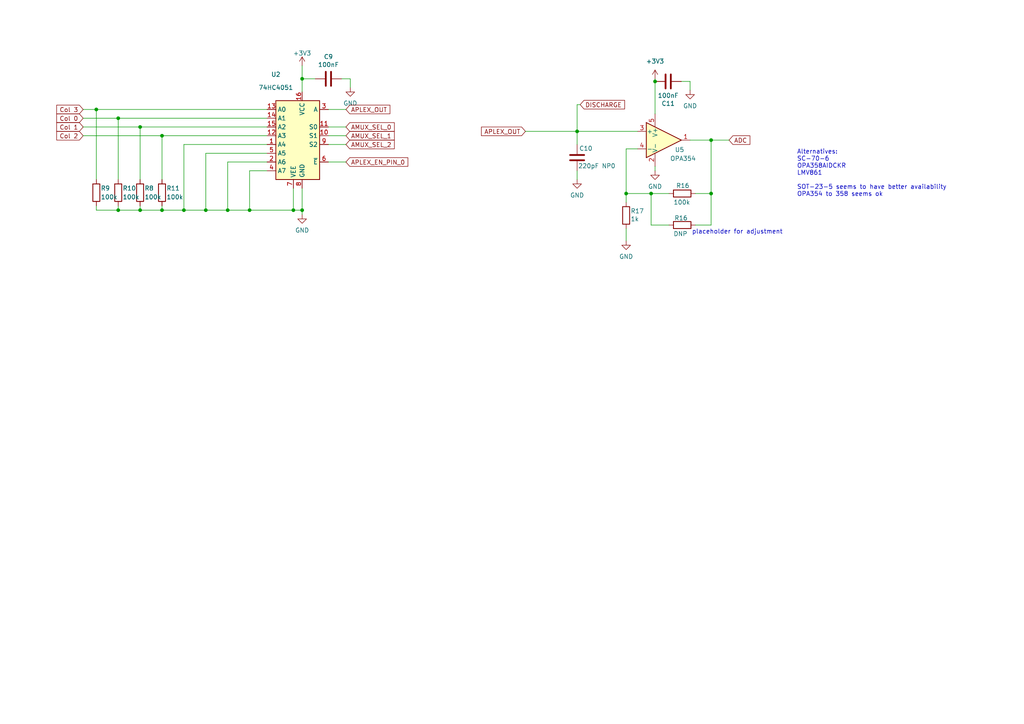
<source format=kicad_sch>
(kicad_sch (version 20231120) (generator "eeschema") (generator_version "8.0")
  (paper "A4")
  (lib_symbols
    (symbol "74xx:74HC4051"
      (property "Reference" "U" (at -5.08 11.43 0))
      (property "Value" "74HC4051" (at -7.62 -13.97 0))
      (symbol "74HC4051_0_1"
        (rectangle (start -5.08 10.16) (end 7.62 -12.7) (stroke (width 0.254)) (fill (type background)))
      )
      (symbol "74HC4051_1_1"
        (pin passive line (at 10.16 -2.54 180) (length 2.54) (name "A4") (number "1"))
        (pin input line (at -7.62 0 0) (length 2.54) (name "S1") (number "10"))
        (pin input line (at -7.62 2.54 0) (length 2.54) (name "S0") (number "11"))
        (pin passive line (at 10.16 0 180) (length 2.54) (name "A3") (number "12"))
        (pin passive line (at 10.16 7.62 180) (length 2.54) (name "A0") (number "13"))
        (pin passive line (at 10.16 5.08 180) (length 2.54) (name "A1") (number "14"))
        (pin passive line (at 10.16 2.54 180) (length 2.54) (name "A2") (number "15"))
        (pin power_in line (at 0 12.7 270) (length 2.54) (name "VCC") (number "16"))
        (pin passive line (at 10.16 -7.62 180) (length 2.54) (name "A6") (number "2"))
        (pin passive line (at -7.62 7.62 0) (length 2.54) (name "A") (number "3"))
        (pin passive line (at 10.16 -10.16 180) (length 2.54) (name "A7") (number "4"))
        (pin passive line (at 10.16 -5.08 180) (length 2.54) (name "A5") (number "5"))
        (pin input line (at -7.62 -7.62 0) (length 2.54) (name "~{E}") (number "6"))
        (pin power_in line (at 2.54 -15.24 90) (length 2.54) (name "VEE") (number "7"))
        (pin power_in line (at 0 -15.24 90) (length 2.54) (name "GND") (number "8"))
        (pin input line (at -7.62 -2.54 0) (length 2.54) (name "S2") (number "9"))
      )
    )
    (symbol "Amplifier_Operational:OPA340NA" (pin_names (offset 0.127))
      (property "Reference" "U" (at -1.27 6.35 0))
      (property "Value" "OPA340NA" (at -1.27 3.81 0))
      (symbol "OPA340NA_0_1"
        (polyline (pts (xy -5.08 5.08) (xy 5.08 0) (xy -5.08 -5.08) (xy -5.08 5.08)) (stroke (width 0.254)) (fill (type background)))
        (pin power_in line (at -2.54 -7.62 90) (length 3.81) (name "V-") (number "2"))
        (pin power_in line (at -2.54 7.62 270) (length 3.81) (name "V+") (number "5"))
      )
      (symbol "OPA340NA_1_1"
        (pin output line (at 7.62 0 180) (length 2.54) (name "~") (number "1"))
        (pin input line (at -7.62 2.54 0) (length 2.54) (name "+") (number "3"))
        (pin input line (at -7.62 -2.54 0) (length 2.54) (name "-") (number "4"))
      )
    )
    (symbol "Device:C" (pin_numbers hide) (pin_names (offset 0.254))
      (property "Reference" "C" (at 0.635 2.54 0))
      (property "Value" "C" (at 0.635 -2.54 0))
      (symbol "C_0_1"
        (polyline (pts (xy -2.032 -0.762) (xy 2.032 -0.762)) (stroke (width 0.508)))
        (polyline (pts (xy -2.032 0.762) (xy 2.032 0.762)) (stroke (width 0.508)))
      )
      (symbol "C_1_1"
        (pin passive line (at 0 3.81 270) (length 2.794) (name "~") (number "1"))
        (pin passive line (at 0 -3.81 90) (length 2.794) (name "~") (number "2"))
      )
    )
    (symbol "Device:R" (pin_numbers hide) (pin_names (offset 0))
      (property "Reference" "R" (at 2.032 0 90))
      (property "Value" "R" (at 0 0 90))
      (symbol "R_0_1"
        (rectangle (start -1.016 -2.54) (end 1.016 2.54) (stroke (width 0.254)))
      )
      (symbol "R_1_1"
        (pin passive line (at 0 3.81 270) (length 1.27) (name "~") (number "1"))
        (pin passive line (at 0 -3.81 90) (length 1.27) (name "~") (number "2"))
      )
    )
    (symbol "power:+3.3V" (power) (pin_names (offset 0))
      (property "Value" "+3.3V" (at 0 3.556 0))
      (symbol "+3.3V_0_1"
        (polyline (pts (xy -0.762 1.27) (xy 0 2.54)))
        (polyline (pts (xy 0 0) (xy 0 2.54)))
        (polyline (pts (xy 0 2.54) (xy 0.762 1.27)))
      )
      (symbol "+3.3V_1_1"
        (pin power_in line (at 0 0 90) (length 0) hide (name "+3V3") (number "1"))
      )
    )
    (symbol "power:GND" (power) (pin_names (offset 0))
      (property "Value" "GND" (at 0 -3.81 0))
      (symbol "GND_0_1"
        (polyline (pts (xy 0 0) (xy 0 -1.27) (xy 1.27 -1.27) (xy 0 -2.54) (xy -1.27 -1.27) (xy 0 -1.27)))
      )
      (symbol "GND_1_1"
        (pin power_in line (at 0 0 270) (length 0) hide (name "GND") (number "1"))
      )
    )
  )
  (junction (at 85.09 60.96))
  (junction (at 34.29 60.96))
  (junction (at 189.992 23.622))
  (junction (at 66.04 60.96))
  (junction (at 46.99 39.37))
  (junction (at 53.34 60.96))
  (junction (at 206.248 56.134))
  (junction (at 167.386 38.1))
  (junction (at 188.849 56.134))
  (junction (at 40.64 36.83))
  (junction (at 27.94 31.75))
  (junction (at 40.64 60.96))
  (junction (at 72.39 60.96))
  (junction (at 59.69 60.96))
  (junction (at 206.248 40.64))
  (junction (at 34.29 34.29))
  (junction (at 181.61 56.134))
  (junction (at 87.63 22.86))
  (junction (at 87.63 60.96))
  (junction (at 46.99 60.96))
  (wire (pts (xy 189.992 48.26) (xy 189.992 49.53)))
  (wire (pts (xy 77.47 39.37) (xy 46.99 39.37)))
  (wire (pts (xy 206.248 40.64) (xy 200.152 40.64)))
  (wire (pts (xy 206.248 65.278) (xy 206.248 56.134)))
  (wire (pts (xy 167.386 30.353) (xy 167.386 38.1)))
  (wire (pts (xy 66.04 46.99) (xy 77.47 46.99)))
  (wire (pts (xy 72.39 60.96) (xy 85.09 60.96)))
  (wire (pts (xy 59.69 60.96) (xy 66.04 60.96)))
  (wire (pts (xy 40.64 52.07) (xy 40.64 36.83)))
  (wire (pts (xy 59.69 44.45) (xy 59.69 60.96)))
  (wire (pts (xy 34.29 34.29) (xy 24.13 34.29)))
  (wire (pts (xy 167.386 30.353) (xy 168.275 30.353)))
  (wire (pts (xy 77.47 36.83) (xy 40.64 36.83)))
  (wire (pts (xy 188.849 65.278) (xy 194.056 65.278)))
  (wire (pts (xy 181.61 56.134) (xy 188.849 56.134)))
  (wire (pts (xy 95.25 39.37) (xy 100.33 39.37)))
  (wire (pts (xy 188.849 56.134) (xy 194.056 56.134)))
  (wire (pts (xy 201.676 65.278) (xy 206.248 65.278)))
  (wire (pts (xy 40.64 59.69) (xy 40.64 60.96)))
  (wire (pts (xy 27.94 59.69) (xy 27.94 60.96)))
  (wire (pts (xy 66.04 46.99) (xy 66.04 60.96)))
  (wire (pts (xy 27.94 52.07) (xy 27.94 31.75)))
  (wire (pts (xy 85.09 54.61) (xy 85.09 60.96)))
  (wire (pts (xy 99.06 22.86) (xy 101.6 22.86)))
  (wire (pts (xy 27.94 31.75) (xy 77.47 31.75)))
  (wire (pts (xy 34.29 60.96) (xy 40.64 60.96)))
  (wire (pts (xy 91.44 22.86) (xy 87.63 22.86)))
  (wire (pts (xy 206.248 40.64) (xy 211.455 40.64)))
  (wire (pts (xy 100.33 46.99) (xy 95.25 46.99)))
  (wire (pts (xy 40.64 60.96) (xy 46.99 60.96)))
  (wire (pts (xy 100.33 31.75) (xy 95.25 31.75)))
  (wire (pts (xy 77.47 41.91) (xy 53.34 41.91)))
  (wire (pts (xy 46.99 39.37) (xy 46.99 52.07)))
  (wire (pts (xy 197.612 23.622) (xy 200.152 23.622)))
  (wire (pts (xy 85.09 60.96) (xy 87.63 60.96)))
  (wire (pts (xy 46.99 39.37) (xy 24.13 39.37)))
  (wire (pts (xy 87.63 54.61) (xy 87.63 60.96)))
  (wire (pts (xy 181.61 56.134) (xy 181.61 58.674)))
  (wire (pts (xy 53.34 60.96) (xy 59.69 60.96)))
  (wire (pts (xy 95.25 36.83) (xy 100.33 36.83)))
  (wire (pts (xy 87.63 62.23) (xy 87.63 60.96)))
  (wire (pts (xy 95.25 41.91) (xy 100.33 41.91)))
  (wire (pts (xy 167.386 49.53) (xy 167.386 52.07)))
  (wire (pts (xy 77.47 34.29) (xy 34.29 34.29)))
  (wire (pts (xy 181.61 66.294) (xy 181.61 69.85)))
  (wire (pts (xy 206.248 40.64) (xy 206.248 56.134)))
  (wire (pts (xy 27.94 60.96) (xy 34.29 60.96)))
  (wire (pts (xy 167.386 38.1) (xy 184.912 38.1)))
  (wire (pts (xy 181.61 43.18) (xy 181.61 56.134)))
  (wire (pts (xy 189.992 23.622) (xy 189.992 33.02)))
  (wire (pts (xy 101.6 22.86) (xy 101.6 25.4)))
  (wire (pts (xy 200.152 23.622) (xy 200.152 26.162)))
  (wire (pts (xy 53.34 41.91) (xy 53.34 60.96)))
  (wire (pts (xy 87.63 22.86) (xy 87.63 26.67)))
  (wire (pts (xy 189.992 22.86) (xy 189.992 23.622)))
  (wire (pts (xy 77.47 49.53) (xy 72.39 49.53)))
  (wire (pts (xy 167.386 38.1) (xy 167.386 41.91)))
  (wire (pts (xy 34.29 59.69) (xy 34.29 60.96)))
  (wire (pts (xy 201.676 56.134) (xy 206.248 56.134)))
  (wire (pts (xy 66.04 60.96) (xy 72.39 60.96)))
  (wire (pts (xy 181.61 43.18) (xy 184.912 43.18)))
  (wire (pts (xy 24.13 31.75) (xy 27.94 31.75)))
  (wire (pts (xy 188.849 65.278) (xy 188.849 56.134)))
  (wire (pts (xy 46.99 59.69) (xy 46.99 60.96)))
  (wire (pts (xy 87.63 19.05) (xy 87.63 22.86)))
  (wire (pts (xy 34.29 52.07) (xy 34.29 34.29)))
  (wire (pts (xy 77.47 44.45) (xy 59.69 44.45)))
  (wire (pts (xy 72.39 49.53) (xy 72.39 60.96)))
  (wire (pts (xy 152.4 38.1) (xy 167.386 38.1)))
  (wire (pts (xy 46.99 60.96) (xy 53.34 60.96)))
  (wire (pts (xy 40.64 36.83) (xy 24.13 36.83)))
  (text "Alternatives:\nSC-70-6  \nOPA358AIDCKR\nLMV861\n\nSOT-23-5 seems to have better availability\nOPA354 to 358 seems ok\n" (at 231.14 57.15 0) (effects (font (size 1.27 1.27)) (justify left bottom)))
  (text "placeholder for adjustment" (at 200.66 68.072 0) (effects (font (size 1.27 1.27)) (justify left bottom)))
  (global_label "Col 1" (shape input) (at 24.13 36.83 180) (property "Intersheetrefs" "${INTERSHEET_REFS}" (effects (hide yes))))
  (global_label "APLEX_OUT" (shape input) (at 152.4 38.1 180) (property "Intersheetrefs" "${INTERSHEET_REFS}" (effects (hide yes))))
  (global_label "AMUX_SEL_1" (shape input) (at 100.33 39.37 0) (property "Intersheetrefs" "${INTERSHEET_REFS}" (effects (hide yes))))
  (global_label "Col 2" (shape input) (at 24.13 39.37 180) (property "Intersheetrefs" "${INTERSHEET_REFS}" (effects (hide yes))))
  (global_label "AMUX_SEL_0" (shape input) (at 100.33 36.83 0) (property "Intersheetrefs" "${INTERSHEET_REFS}" (effects (hide yes))))
  (global_label "APLEX_OUT" (shape input) (at 100.33 31.75 0) (property "Intersheetrefs" "${INTERSHEET_REFS}" (effects (hide yes))))
  (global_label "Col 0" (shape input) (at 24.13 34.29 180) (property "Intersheetrefs" "${INTERSHEET_REFS}" (effects (hide yes))))
  (global_label "APLEX_EN_PIN_0" (shape input) (at 100.33 46.99 0) (property "Intersheetrefs" "${INTERSHEET_REFS}" (effects (hide yes))))
  (global_label "DISCHARGE" (shape input) (at 168.275 30.353 0) (property "Intersheetrefs" "${INTERSHEET_REFS}" (effects (hide yes))))
  (global_label "ADC" (shape input) (at 211.455 40.64 0) (property "Intersheetrefs" "${INTERSHEET_REFS}" (effects (hide yes))))
  (global_label "AMUX_SEL_2" (shape input) (at 100.33 41.91 0) (property "Intersheetrefs" "${INTERSHEET_REFS}" (effects (hide yes))))
  (global_label "Col 3" (shape input) (at 24.13 31.75 180) (property "Intersheetrefs" "${INTERSHEET_REFS}" (effects (hide yes))))
  (symbol (lib_id "power:GND") (at 181.61 69.85 0) (unit 1)
    (property "Reference" "#PWR041" (effects (hide yes)))
    (property "Value" "GND" (at 181.61 74.4125 0))
    (instances (project "analog" (path "" (reference "#PWR041") (unit 1))) (project "capybully" (path "" (reference "#PWR023") (unit 1))) (project "le_capybara" (path "" (reference "#PWR032") (unit 1))) (project "pandemonium EC 2 Layer" (path "" (reference "#PWR037") (unit 1))) (project "Infernum HS" (path "" (reference "#PWR038") (unit 1))) (project "ampersand" (path "" (reference "#PWR025") (unit 1))))
  )
  (symbol (lib_id "power:+3.3V") (at 189.992 22.86 0) (unit 1)
    (property "Reference" "#PWR042" (effects (hide yes)))
    (property "Value" "+3V3" (at 189.992 17.78 0))
    (instances (project "analog" (path "" (reference "#PWR042") (unit 1))) (project "capybully" (path "" (reference "#PWR017") (unit 1))) (project "le_capybara" (path "" (reference "#PWR033") (unit 1))) (project "pandemonium EC 2 Layer" (path "" (reference "#PWR01") (unit 1))) (project "Infernum HS" (path "" (reference "#PWR032") (unit 1))) (project "ampersand" (path "" (reference "#PWR019") (unit 1))))
  )
  (symbol (lib_id "power:GND") (at 200.152 26.162 0) (unit 1)
    (property "Reference" "#PWR039" (effects (hide yes)))
    (property "Value" "GND" (at 200.152 30.7245 0))
    (instances (project "analog" (path "" (reference "#PWR039") (unit 1))) (project "capybully" (path "" (reference "#PWR018") (unit 1))) (project "le_capybara" (path "" (reference "#PWR030") (unit 1))) (project "pandemonium EC 2 Layer" (path "" (reference "#PWR02") (unit 1))) (project "Infernum HS" (path "" (reference "#PWR034") (unit 1))) (project "ampersand" (path "" (reference "#PWR021") (unit 1))))
  )
  (symbol (lib_id "power:GND") (at 189.992 49.53 0) (unit 1)
    (property "Reference" "#PWR041" (effects (hide yes)))
    (property "Value" "GND" (at 189.992 54.0925 0))
    (instances (project "analog" (path "" (reference "#PWR041") (unit 1))) (project "capybully" (path "" (reference "#PWR019") (unit 1))) (project "le_capybara" (path "" (reference "#PWR028") (unit 1))) (project "pandemonium EC 2 Layer" (path "" (reference "#PWR035") (unit 1))) (project "Infernum HS" (path "" (reference "#PWR035") (unit 1))) (project "ampersand" (path "" (reference "#PWR022") (unit 1))))
  )
  (symbol (lib_id "power:GND") (at 167.386 52.07 0) (unit 1)
    (property "Reference" "#PWR037" (effects (hide yes)))
    (property "Value" "GND" (at 167.386 56.6325 0))
    (instances (project "analog" (path "" (reference "#PWR037") (unit 1))) (project "capybully" (path "" (reference "#PWR020") (unit 1))) (project "le_capybara" (path "" (reference "#PWR029") (unit 1))) (project "pandemonium EC 2 Layer" (path "" (reference "#PWR036") (unit 1))) (project "Infernum HS" (path "" (reference "#PWR036") (unit 1))) (project "ampersand" (path "" (reference "#PWR023") (unit 1))))
  )
  (symbol (lib_id "Amplifier_Operational:OPA340NA") (at 192.532 40.64 0) (unit 1)
    (property "Reference" "U5" (at 197.104 43.434 0))
    (property "Value" "OPA354" (at 198.12 45.974 0))
    (property "Footprint" "Package_TO_SOT_SMD:SOT-23-5" (effects (hide yes)))
    (property "Datasheet" "https://www.ti.com/general/docs/suppproductinfo.tsp?distId=10&gotoUrl=https%3A%2F%2Fwww.ti.com%2Flit%2Fgpn%2Fopa356" (effects (hide yes)))
    (instances (project "capybully" (path "" (reference "U5") (unit 1))) (project "le_capybara" (path "" (reference "U5") (unit 1))) (project "pandemonium EC 2 Layer" (path "" (reference "U5") (unit 1))) (project "Infernum HS" (path "" (reference "U5") (unit 1))) (project "ampersand" (path "" (reference "U4") (unit 1))))
  )
  (symbol (lib_id "Device:R") (at 27.94 55.88 0) (unit 1)
    (property "Reference" "R9" (at 29.21 54.61 0) (effects (justify left)))
    (property "Value" "100k" (at 29.21 57.15 0) (effects (justify left)))
    (property "Footprint" "Resistor_SMD:R_0402_1005Metric" (effects (hide yes)))
    (property "LCSC" "C25741" (effects (hide yes)))
    (instances (project "analog" (path "" (reference "R9") (unit 1))) (project "pandemonium EC 2 Layer" (path "" (reference "R17") (unit 1))) (project "Infernum HS" (path "" (reference "R7") (unit 1))) (project "ampersand" (path "" (reference "R7") (unit 1))))
  )
  (symbol (lib_id "Device:R") (at 46.99 55.88 0) (unit 1)
    (property "Reference" "R11" (at 48.26 54.61 0) (effects (justify left)))
    (property "Value" "100k" (at 48.26 57.15 0) (effects (justify left)))
    (property "Footprint" "Resistor_SMD:R_0402_1005Metric" (effects (hide yes)))
    (property "LCSC" "C25741" (effects (hide yes)))
    (instances (project "analog" (path "" (reference "R11") (unit 1))) (project "pandemonium EC 2 Layer" (path "" (reference "R19") (unit 1))) (project "Infernum HS" (path "" (reference "R9") (unit 1))) (project "ampersand" (path "" (reference "R9") (unit 1))))
  )
  (symbol (lib_id "Device:R") (at 40.64 55.88 0) (unit 1)
    (property "Reference" "R8" (at 41.91 54.61 0) (effects (justify left)))
    (property "Value" "100k" (at 41.91 57.15 0) (effects (justify left)))
    (property "Footprint" "Resistor_SMD:R_0402_1005Metric" (effects (hide yes)))
    (property "LCSC" "C25741" (effects (hide yes)))
    (instances (project "analog" (path "" (reference "R8") (unit 1))) (project "pandemonium EC 2 Layer" (path "" (reference "R16") (unit 1))) (project "Infernum HS" (path "" (reference "R6") (unit 1))) (project "ampersand" (path "" (reference "R6") (unit 1))))
  )
  (symbol (lib_id "Device:C") (at 167.386 45.72 0) (unit 1)
    (property "Reference" "C10" (at 169.926 43.053 0))
    (property "Value" "220pF NP0" (at 173.101 48.133 0))
    (property "Footprint" "Capacitor_SMD:C_0402_1005Metric" (effects (hide yes)))
    (property "LCSC" "C1530" (effects (hide yes)))
    (instances (project "analog" (path "" (reference "C10") (unit 1))) (project "capybully" (path "" (reference "C13") (unit 1))) (project "le_capybara" (path "" (reference "C14") (unit 1))) (project "pandemonium EC 2 Layer" (path "" (reference "C30") (unit 1))) (project "Infernum HS" (path "" (reference "C11") (unit 1))) (project "ampersand" (path "" (reference "C13") (unit 1))))
  )
  (symbol (lib_id "74xx:74HC4051") (at 87.63 39.37 0) (mirror y) (unit 1)
    (property "Reference" "U2" (at 80.01 21.59 0))
    (property "Value" "74HC4051" (at 80.01 25.4 0))
    (property "Footprint" "cipulot_parts:TSSOP16" (effects (hide yes)))
    (property "Datasheet" "http://www.ti.com/lit/ds/symlink/cd74hc4051.pdf" (effects (hide yes)))
    (property "LCSC" "C5645" (effects (hide yes)))
    (instances (project "analog" (path "" (reference "U2") (unit 1))) (project "pandemonium EC 2 Layer" (path "" (reference "U6") (unit 1))) (project "Infernum HS" (path "" (reference "U4") (unit 1))) (project "ampersand" (path "" (reference "U3") (unit 1))))
  )
  (symbol (lib_id "power:GND") (at 101.6 25.4 0) (unit 1)
    (property "Reference" "#PWR034" (effects (hide yes)))
    (property "Value" "GND" (at 101.6 29.9625 0))
    (instances (project "analog" (path "" (reference "#PWR034") (unit 1))) (project "pandemonium EC 2 Layer" (path "" (reference "#PWR039") (unit 1))) (project "Infernum HS" (path "" (reference "#PWR033") (unit 1))) (project "ampersand" (path "" (reference "#PWR020") (unit 1))))
  )
  (symbol (lib_id "Device:C") (at 193.802 23.622 270) (mirror x) (unit 1)
    (property "Reference" "C11" (at 193.802 30.0228 90))
    (property "Value" "100nF" (at 193.802 27.7114 90))
    (property "Footprint" "Capacitor_SMD:C_0402_1005Metric" (effects (hide yes)))
    (property "LCSC" "C307331" (effects (hide yes)))
    (instances (project "analog" (path "" (reference "C11") (unit 1))) (project "capybully" (path "" (reference "C12") (unit 1))) (project "le_capybara" (path "" (reference "C15") (unit 1))) (project "pandemonium EC 2 Layer" (path "" (reference "C29") (unit 1))) (project "Infernum HS" (path "" (reference "C10") (unit 1))) (project "ampersand" (path "" (reference "C12") (unit 1))))
  )
  (symbol (lib_id "power:GND") (at 87.63 62.23 0) (unit 1)
    (property "Reference" "#PWR036" (effects (hide yes)))
    (property "Value" "GND" (at 87.63 66.7925 0))
    (instances (project "analog" (path "" (reference "#PWR036") (unit 1))) (project "pandemonium EC 2 Layer" (path "" (reference "#PWR040") (unit 1))) (project "Infernum HS" (path "" (reference "#PWR037") (unit 1))) (project "ampersand" (path "" (reference "#PWR024") (unit 1))))
  )
  (symbol (lib_id "Device:R") (at 34.29 55.88 0) (unit 1)
    (property "Reference" "R10" (at 35.56 54.61 0) (effects (justify left)))
    (property "Value" "100k" (at 35.56 57.15 0) (effects (justify left)))
    (property "Footprint" "Resistor_SMD:R_0402_1005Metric" (effects (hide yes)))
    (property "LCSC" "C25741" (effects (hide yes)))
    (instances (project "analog" (path "" (reference "R10") (unit 1))) (project "pandemonium EC 2 Layer" (path "" (reference "R18") (unit 1))) (project "Infernum HS" (path "" (reference "R8") (unit 1))) (project "ampersand" (path "" (reference "R8") (unit 1))))
  )
  (symbol (lib_id "Device:C") (at 95.25 22.86 270) (unit 1)
    (property "Reference" "C9" (at 95.25 16.4592 90))
    (property "Value" "100nF" (at 95.25 18.7706 90))
    (property "Footprint" "Capacitor_SMD:C_0402_1005Metric" (effects (hide yes)))
    (property "LCSC" "C307331" (effects (hide yes)))
    (instances (project "analog" (path "" (reference "C9") (unit 1))) (project "pandemonium EC 2 Layer" (path "" (reference "C31") (unit 1))) (project "Infernum HS" (path "" (reference "C9") (unit 1))) (project "ampersand" (path "" (reference "C11") (unit 1))))
  )
  (symbol (lib_id "Device:R") (at 197.866 65.278 270) (unit 1) (in_bom no)
    (property "Reference" "R16" (at 195.58 63.246 90) (effects (justify left)))
    (property "Value" "DNP" (at 195.326 67.818 90) (effects (justify left)))
    (property "Footprint" "Resistor_SMD:R_0402_1005Metric" (effects (hide yes)))
    (instances (project "analog" (path "" (reference "R16") (unit 1))) (project "capybully" (path "" (reference "R17") (unit 1))) (project "le_capybara" (path "" (reference "R18") (unit 1))) (project "pandemonium EC 2 Layer" (path "" (reference "R15") (unit 1))) (project "Infernum HS" (path "" (reference "R13") (unit 1))) (project "ampersand" (path "" (reference "R13") (unit 1))))
  )
  (symbol (lib_id "power:+3.3V") (at 87.63 19.05 0) (unit 1)
    (property "Reference" "#PWR033" (effects (hide yes)))
    (property "Value" "+3V3" (at 87.63 15.4455 0))
    (instances (project "analog" (path "" (reference "#PWR033") (unit 1))) (project "pandemonium EC 2 Layer" (path "" (reference "#PWR038") (unit 1))) (project "Infernum HS" (path "" (reference "#PWR031") (unit 1))) (project "ampersand" (path "" (reference "#PWR018") (unit 1))))
  )
  (symbol (lib_id "Device:R") (at 197.866 56.134 270) (unit 1)
    (property "Reference" "R16" (at 196.088 53.848 90) (effects (justify left)))
    (property "Value" "100k" (at 195.326 58.674 90) (effects (justify left)))
    (property "Footprint" "Resistor_SMD:R_0402_1005Metric" (effects (hide yes)))
    (property "LCSC" "C25741" (effects (hide yes)))
    (instances (project "analog" (path "" (reference "R16") (unit 1))) (project "capybully" (path "" (reference "R15") (unit 1))) (project "le_capybara" (path "" (reference "R6") (unit 1))) (project "pandemonium EC 2 Layer" (path "" (reference "R13") (unit 1))) (project "Infernum HS" (path "" (reference "R11") (unit 1))) (project "ampersand" (path "" (reference "R11") (unit 1))))
  )
  (symbol (lib_id "Device:R") (at 181.61 62.484 0) (unit 1)
    (property "Reference" "R17" (at 182.88 61.214 0) (effects (justify left)))
    (property "Value" "1k" (at 182.88 63.5254 0) (effects (justify left)))
    (property "Footprint" "Resistor_SMD:R_0402_1005Metric" (effects (hide yes)))
    (property "LCSC" "C11702" (effects (hide yes)))
    (instances (project "analog" (path "" (reference "R17") (unit 1))) (project "capybully" (path "" (reference "R16") (unit 1))) (project "le_capybara" (path "" (reference "R15") (unit 1))) (project "pandemonium EC 2 Layer" (path "" (reference "R14") (unit 1))) (project "Infernum HS" (path "" (reference "R12") (unit 1))) (project "ampersand" (path "" (reference "R12") (unit 1))))
  )
)
</source>
